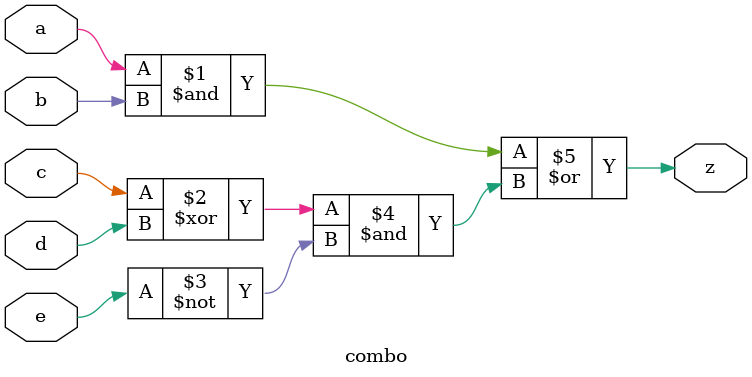
<source format=v>
module combo(
    input a,
    input b,
    input c,
    input d,
    input e,
    output z
);

    assign z = ((a & b) | (c ^ d) & ~e);
endmodule
</source>
